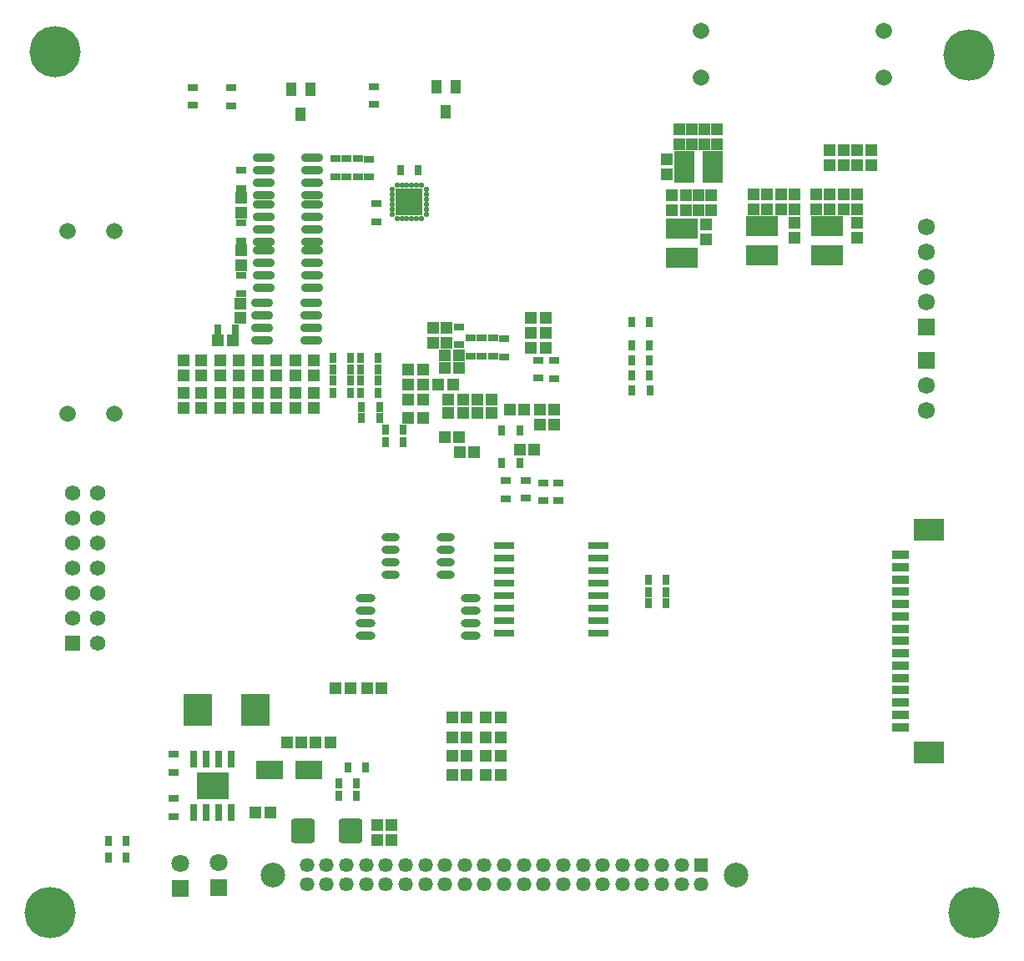
<source format=gbr>
G04*
G04 #@! TF.GenerationSoftware,Altium Limited,Altium Designer,24.1.2 (44)*
G04*
G04 Layer_Color=16711935*
%FSLAX44Y44*%
%MOMM*%
G71*
G04*
G04 #@! TF.SameCoordinates,8DB790BD-C0D2-442E-8808-D1DB86FAA070*
G04*
G04*
G04 #@! TF.FilePolarity,Negative*
G04*
G01*
G75*
%ADD65R,0.8032X1.1032*%
%ADD73R,1.7524X0.9524*%
%ADD74R,3.1524X2.2524*%
%ADD79R,1.0532X1.4032*%
%ADD82R,1.2032X1.2532*%
%ADD83R,1.2532X1.2032*%
%ADD88R,1.1032X0.8032*%
G04:AMPARAMS|DCode=91|XSize=2.4432mm|YSize=2.5232mm|CornerRadius=0.3816mm|HoleSize=0mm|Usage=FLASHONLY|Rotation=180.000|XOffset=0mm|YOffset=0mm|HoleType=Round|Shape=RoundedRectangle|*
%AMROUNDEDRECTD91*
21,1,2.4432,1.7600,0,0,180.0*
21,1,1.6800,2.5232,0,0,180.0*
1,1,0.7632,-0.8400,0.8800*
1,1,0.7632,0.8400,0.8800*
1,1,0.7632,0.8400,-0.8800*
1,1,0.7632,-0.8400,-0.8800*
%
%ADD91ROUNDEDRECTD91*%
%ADD96R,2.7032X1.9032*%
%ADD105C,5.2032*%
%ADD106C,0.7032*%
%ADD107C,1.6612*%
%ADD108C,2.5032*%
%ADD109R,1.4612X1.4612*%
%ADD110C,1.4612*%
%ADD111C,1.7232*%
%ADD112R,1.7232X1.7232*%
%ADD113C,1.5732*%
%ADD114R,1.5732X1.5732*%
%ADD115R,1.8032X1.8032*%
%ADD116C,1.8032*%
G04:AMPARAMS|DCode=149|XSize=2.1632mm|YSize=0.7732mm|CornerRadius=0.2413mm|HoleSize=0mm|Usage=FLASHONLY|Rotation=180.000|XOffset=0mm|YOffset=0mm|HoleType=Round|Shape=RoundedRectangle|*
%AMROUNDEDRECTD149*
21,1,2.1632,0.2907,0,0,180.0*
21,1,1.6807,0.7732,0,0,180.0*
1,1,0.4825,-0.8404,0.1454*
1,1,0.4825,0.8404,0.1454*
1,1,0.4825,0.8404,-0.1454*
1,1,0.4825,-0.8404,-0.1454*
%
%ADD149ROUNDEDRECTD149*%
%ADD150R,2.1032X0.8032*%
%ADD151R,3.2032X2.0532*%
%ADD152R,2.0532X3.2032*%
%ADD153R,2.7032X2.7032*%
%ADD154O,0.6032X0.5532*%
%ADD155O,0.5532X0.6032*%
%ADD156O,2.0032X0.8032*%
%ADD157O,1.8532X0.8032*%
%ADD158R,3.3032X2.8032*%
%ADD159R,0.8032X1.7532*%
%ADD160R,2.9032X3.3032*%
%ADD161R,1.2032X1.1732*%
D65*
X1453772Y1347471D02*
D03*
X1471931Y1347470D02*
D03*
X1909188Y1093469D02*
D03*
X1891029Y1093470D02*
D03*
X1890652Y1080771D02*
D03*
X1908811Y1080770D02*
D03*
X1890652Y1069341D02*
D03*
X1908811Y1069340D02*
D03*
X1639192Y1508761D02*
D03*
X1657351Y1508760D02*
D03*
X1589148Y1295399D02*
D03*
X1570989Y1295400D02*
D03*
X1598552Y1295401D02*
D03*
X1616711Y1295400D02*
D03*
X1598552Y1318261D02*
D03*
X1616711Y1318260D02*
D03*
X1589148Y1318259D02*
D03*
X1570989Y1318260D02*
D03*
X1598552Y1306831D02*
D03*
X1616711Y1306830D02*
D03*
X1589148Y1306829D02*
D03*
X1570989Y1306830D02*
D03*
X1589148Y1282699D02*
D03*
X1570989Y1282700D02*
D03*
X1598552Y1282701D02*
D03*
X1616711Y1282700D02*
D03*
X1874142Y1330961D02*
D03*
X1892301Y1330960D02*
D03*
X1874142Y1355091D02*
D03*
X1892301Y1355090D02*
D03*
X1874142Y1315721D02*
D03*
X1892301Y1315720D02*
D03*
X1874142Y1300481D02*
D03*
X1892301Y1300480D02*
D03*
X1874520Y1285240D02*
D03*
X1892679Y1285239D02*
D03*
X1343282Y828041D02*
D03*
X1361441Y828040D02*
D03*
X1343282Y811531D02*
D03*
X1361441Y811530D02*
D03*
X1604378Y902969D02*
D03*
X1586219Y902970D02*
D03*
X1576952Y886461D02*
D03*
X1595111Y886460D02*
D03*
X1576952Y873761D02*
D03*
X1595111Y873760D02*
D03*
X1760598Y1244599D02*
D03*
X1742439Y1244600D02*
D03*
X1760598Y1211579D02*
D03*
X1742439Y1211580D02*
D03*
X1623952Y1245871D02*
D03*
X1642111Y1245870D02*
D03*
X1623952Y1233171D02*
D03*
X1642111Y1233170D02*
D03*
X1618358Y1268729D02*
D03*
X1600199Y1268730D02*
D03*
X1618358Y1257299D02*
D03*
X1600199Y1257300D02*
D03*
D73*
X2146430Y943740D02*
D03*
Y956240D02*
D03*
Y968740D02*
D03*
Y981240D02*
D03*
Y993740D02*
D03*
Y1006240D02*
D03*
Y1018740D02*
D03*
Y1031240D02*
D03*
Y1043740D02*
D03*
Y1056240D02*
D03*
Y1068740D02*
D03*
Y1081240D02*
D03*
Y1093740D02*
D03*
Y1106240D02*
D03*
Y1118740D02*
D03*
D74*
X2175430Y1144240D02*
D03*
Y918240D02*
D03*
D79*
X1685341Y1568650D02*
D03*
X1675892Y1593596D02*
D03*
X1695145Y1593650D02*
D03*
X1538021Y1566110D02*
D03*
X1528572Y1591056D02*
D03*
X1547825Y1591110D02*
D03*
D82*
X1910080Y1520070D02*
D03*
Y1505070D02*
D03*
X1477010Y1373900D02*
D03*
Y1358900D02*
D03*
X1478280Y1427360D02*
D03*
Y1412360D02*
D03*
Y1480700D02*
D03*
Y1465700D02*
D03*
X1513840Y1315600D02*
D03*
Y1300600D02*
D03*
X1437640Y1315600D02*
D03*
Y1300600D02*
D03*
X1456690Y1315600D02*
D03*
Y1300600D02*
D03*
X1494790Y1282580D02*
D03*
Y1267580D02*
D03*
X1456690Y1282580D02*
D03*
Y1267580D02*
D03*
X1419860Y1315600D02*
D03*
Y1300600D02*
D03*
X1437640Y1282580D02*
D03*
Y1267580D02*
D03*
X1551940Y1282580D02*
D03*
Y1267580D02*
D03*
X1532890Y1282580D02*
D03*
Y1267580D02*
D03*
Y1315600D02*
D03*
Y1300600D02*
D03*
X1551940Y1315600D02*
D03*
Y1300600D02*
D03*
X1475740Y1282580D02*
D03*
Y1267580D02*
D03*
X1419860Y1282580D02*
D03*
Y1267580D02*
D03*
X1513840Y1282580D02*
D03*
Y1267580D02*
D03*
X1475740Y1315600D02*
D03*
Y1300600D02*
D03*
X1494790Y1315600D02*
D03*
Y1300600D02*
D03*
X1929130Y1483240D02*
D03*
Y1468240D02*
D03*
X1922780Y1550550D02*
D03*
Y1535550D02*
D03*
X2075180Y1513960D02*
D03*
Y1528960D02*
D03*
X2061210Y1484510D02*
D03*
Y1469510D02*
D03*
X1935480Y1550550D02*
D03*
Y1535550D02*
D03*
X2039620Y1484510D02*
D03*
Y1469510D02*
D03*
X2103120Y1440300D02*
D03*
Y1455300D02*
D03*
Y1469510D02*
D03*
Y1484510D02*
D03*
X2075180Y1469630D02*
D03*
Y1484630D02*
D03*
X2089150Y1469630D02*
D03*
Y1484630D02*
D03*
X1948180Y1535550D02*
D03*
Y1550550D02*
D03*
X1960880Y1535550D02*
D03*
Y1550550D02*
D03*
X1941830Y1468240D02*
D03*
Y1483240D02*
D03*
X1954530Y1468240D02*
D03*
Y1483240D02*
D03*
X1949450Y1439030D02*
D03*
Y1454030D02*
D03*
X1915160Y1468240D02*
D03*
Y1483240D02*
D03*
X2039620Y1440300D02*
D03*
Y1455300D02*
D03*
X2025650Y1469630D02*
D03*
Y1484630D02*
D03*
X1997710Y1469510D02*
D03*
Y1484510D02*
D03*
X2011680Y1469630D02*
D03*
Y1484630D02*
D03*
X2089150Y1528960D02*
D03*
Y1513960D02*
D03*
X2117090Y1528960D02*
D03*
Y1513960D02*
D03*
X2103120Y1528960D02*
D03*
Y1513960D02*
D03*
X1686560Y1333620D02*
D03*
Y1348620D02*
D03*
X1672590Y1348620D02*
D03*
Y1333620D02*
D03*
D83*
X1454270Y1336040D02*
D03*
X1469270D02*
D03*
X1741170Y953770D02*
D03*
X1726170D02*
D03*
X1691880D02*
D03*
X1706880D02*
D03*
X1741050Y933450D02*
D03*
X1726050D02*
D03*
X1741050Y914400D02*
D03*
X1726050D02*
D03*
X1691880D02*
D03*
X1706880D02*
D03*
X1691880Y933450D02*
D03*
X1706880D02*
D03*
X1691760Y895350D02*
D03*
X1706760D02*
D03*
X1741170D02*
D03*
X1726170D02*
D03*
X1620400Y982980D02*
D03*
X1605400D02*
D03*
X1588650D02*
D03*
X1573650D02*
D03*
X1615560Y829310D02*
D03*
X1630560D02*
D03*
X1630560Y844550D02*
D03*
X1615560D02*
D03*
X1507360Y857250D02*
D03*
X1492360D02*
D03*
X1568320Y928370D02*
D03*
X1553320D02*
D03*
X1539110D02*
D03*
X1524110D02*
D03*
X1775340Y1225550D02*
D03*
X1760340D02*
D03*
X1647310Y1306830D02*
D03*
X1662310D02*
D03*
X1662310Y1291590D02*
D03*
X1647310D02*
D03*
X1647310Y1257300D02*
D03*
X1662310D02*
D03*
X1717160Y1262380D02*
D03*
X1732160D02*
D03*
X1687830Y1276350D02*
D03*
X1702830D02*
D03*
X1717160D02*
D03*
X1732160D02*
D03*
X1687950Y1262380D02*
D03*
X1702950D02*
D03*
X1765180Y1266190D02*
D03*
X1750180D02*
D03*
X1795660D02*
D03*
X1780660D02*
D03*
X1786770Y1328420D02*
D03*
X1771770D02*
D03*
X1662310Y1276350D02*
D03*
X1647310D02*
D03*
X1684140Y1320800D02*
D03*
X1699140D02*
D03*
X1699140Y1308100D02*
D03*
X1684140D02*
D03*
X1699140Y1238250D02*
D03*
X1684140D02*
D03*
X1786770Y1358900D02*
D03*
X1771770D02*
D03*
X1677790Y1291590D02*
D03*
X1692790D02*
D03*
X1771770Y1343660D02*
D03*
X1786770D02*
D03*
X1699380Y1223010D02*
D03*
X1714380D02*
D03*
D88*
X1428751Y1592958D02*
D03*
X1428750Y1574799D02*
D03*
X1612899Y1575692D02*
D03*
X1612900Y1593851D02*
D03*
X1596391Y1520568D02*
D03*
X1596390Y1502409D02*
D03*
X1607819Y1502032D02*
D03*
X1607820Y1520191D02*
D03*
X1468119Y1574422D02*
D03*
X1468120Y1592581D02*
D03*
X1584961Y1520568D02*
D03*
X1584960Y1502409D02*
D03*
X1573531Y1520568D02*
D03*
X1573530Y1502409D02*
D03*
X1478279Y1383922D02*
D03*
X1478280Y1402081D02*
D03*
X1478279Y1437262D02*
D03*
X1478280Y1455421D02*
D03*
X1478279Y1490602D02*
D03*
X1478280Y1508761D02*
D03*
X1795779Y1297562D02*
D03*
X1795780Y1315721D02*
D03*
X1615441Y1474848D02*
D03*
X1615440Y1456689D02*
D03*
X1779270Y1297939D02*
D03*
X1779271Y1316098D02*
D03*
X1744981Y1337688D02*
D03*
X1744980Y1319529D02*
D03*
X1733549Y1320422D02*
D03*
X1733550Y1338581D02*
D03*
X1710689Y1320422D02*
D03*
X1710690Y1338581D02*
D03*
X1722119Y1320422D02*
D03*
X1722120Y1338581D02*
D03*
X1699259Y1331852D02*
D03*
X1699260Y1350011D02*
D03*
X1784351Y1191638D02*
D03*
X1784350Y1173479D02*
D03*
X1799591Y1191638D02*
D03*
X1799590Y1173479D02*
D03*
X1766571Y1194178D02*
D03*
X1766570Y1176019D02*
D03*
X1746249Y1175642D02*
D03*
X1746250Y1193801D02*
D03*
X1409689Y853062D02*
D03*
X1409690Y871221D02*
D03*
X1409691Y916048D02*
D03*
X1409690Y897889D02*
D03*
D91*
X1588980Y838200D02*
D03*
X1540280D02*
D03*
D96*
X1506530Y900430D02*
D03*
X1546530D02*
D03*
D105*
X2216150Y1625600D02*
D03*
X1289050Y1629410D02*
D03*
X1283970Y755650D02*
D03*
X2221230D02*
D03*
D106*
X1273810Y1643380D02*
D03*
Y1615440D02*
D03*
X1303020D02*
D03*
Y1644650D02*
D03*
X1268730Y1630680D02*
D03*
X1309370D02*
D03*
X1289050Y1609090D02*
D03*
Y1649730D02*
D03*
X1268730Y769620D02*
D03*
Y741680D02*
D03*
X1297940D02*
D03*
Y770890D02*
D03*
X1263650Y756920D02*
D03*
X1304290D02*
D03*
X1283970Y735330D02*
D03*
Y775970D02*
D03*
X2205990Y769620D02*
D03*
Y741680D02*
D03*
X2235200D02*
D03*
Y770890D02*
D03*
X2200910Y756920D02*
D03*
X2241550D02*
D03*
X2221230Y735330D02*
D03*
Y775970D02*
D03*
X2200910Y1639570D02*
D03*
Y1611630D02*
D03*
X2230120D02*
D03*
Y1640840D02*
D03*
X2195830Y1626870D02*
D03*
X2236470D02*
D03*
X2216150Y1605280D02*
D03*
Y1645920D02*
D03*
D107*
X1349250Y1447110D02*
D03*
Y1262110D02*
D03*
X1301750Y1447110D02*
D03*
Y1262110D02*
D03*
X2129580Y1603180D02*
D03*
X1944580D02*
D03*
X2129580Y1650680D02*
D03*
X1944580D02*
D03*
D108*
X1979660Y793910D02*
D03*
X1509660D02*
D03*
D109*
X1944660Y803910D02*
D03*
D110*
Y783910D02*
D03*
X1924660Y803910D02*
D03*
Y783910D02*
D03*
X1904660Y803910D02*
D03*
Y783910D02*
D03*
X1884660Y803910D02*
D03*
Y783910D02*
D03*
X1864660Y803910D02*
D03*
Y783910D02*
D03*
X1844660Y803910D02*
D03*
Y783910D02*
D03*
X1824660Y803910D02*
D03*
Y783910D02*
D03*
X1804660Y803910D02*
D03*
Y783910D02*
D03*
X1784660Y803910D02*
D03*
Y783910D02*
D03*
X1764660Y803910D02*
D03*
Y783910D02*
D03*
X1744660Y803910D02*
D03*
Y783910D02*
D03*
X1724660Y803910D02*
D03*
Y783910D02*
D03*
X1704660Y803910D02*
D03*
Y783910D02*
D03*
X1684660Y803910D02*
D03*
Y783910D02*
D03*
X1664660Y803910D02*
D03*
Y783910D02*
D03*
X1644660Y803910D02*
D03*
Y783910D02*
D03*
X1624660Y803910D02*
D03*
Y783910D02*
D03*
X1604660Y803910D02*
D03*
Y783910D02*
D03*
X1584660Y803910D02*
D03*
Y783910D02*
D03*
X1564660Y803910D02*
D03*
Y783910D02*
D03*
X1544660Y803910D02*
D03*
Y783910D02*
D03*
D111*
X2172970Y1451610D02*
D03*
Y1426210D02*
D03*
Y1400810D02*
D03*
Y1375410D02*
D03*
Y1264920D02*
D03*
Y1290320D02*
D03*
D112*
Y1350010D02*
D03*
Y1315720D02*
D03*
D113*
X1332230Y1181100D02*
D03*
X1306830D02*
D03*
X1332230Y1155700D02*
D03*
X1306830D02*
D03*
X1332230Y1130300D02*
D03*
X1306830D02*
D03*
X1332230Y1104900D02*
D03*
X1306830D02*
D03*
X1332230Y1079500D02*
D03*
X1306830D02*
D03*
X1332230Y1054100D02*
D03*
X1306830D02*
D03*
X1332230Y1028700D02*
D03*
D114*
X1306830D02*
D03*
D115*
X1416040Y779780D02*
D03*
X1455410Y781050D02*
D03*
D116*
X1416040Y805180D02*
D03*
X1455410Y806450D02*
D03*
D149*
X1499300Y1374140D02*
D03*
Y1361440D02*
D03*
Y1348740D02*
D03*
Y1336040D02*
D03*
X1548700D02*
D03*
Y1348740D02*
D03*
Y1361440D02*
D03*
Y1374140D02*
D03*
X1500570Y1427480D02*
D03*
Y1414780D02*
D03*
Y1402080D02*
D03*
Y1389380D02*
D03*
X1549970D02*
D03*
Y1402080D02*
D03*
Y1414780D02*
D03*
Y1427480D02*
D03*
X1500570Y1474470D02*
D03*
Y1461770D02*
D03*
Y1449070D02*
D03*
Y1436370D02*
D03*
X1549970D02*
D03*
Y1449070D02*
D03*
Y1461770D02*
D03*
Y1474470D02*
D03*
X1500570Y1521460D02*
D03*
Y1508760D02*
D03*
Y1496060D02*
D03*
Y1483360D02*
D03*
X1549970D02*
D03*
Y1496060D02*
D03*
Y1508760D02*
D03*
Y1521460D02*
D03*
D150*
X1839980Y1127760D02*
D03*
Y1115060D02*
D03*
Y1102360D02*
D03*
Y1089660D02*
D03*
Y1076960D02*
D03*
Y1064260D02*
D03*
Y1051560D02*
D03*
Y1038860D02*
D03*
X1744980Y1127760D02*
D03*
Y1115060D02*
D03*
Y1102360D02*
D03*
Y1089660D02*
D03*
Y1064260D02*
D03*
Y1051560D02*
D03*
Y1038860D02*
D03*
Y1076960D02*
D03*
D151*
X2072640Y1422890D02*
D03*
Y1452390D02*
D03*
X1925320Y1449850D02*
D03*
Y1420350D02*
D03*
X2006600Y1452390D02*
D03*
Y1422890D02*
D03*
D152*
X1956580Y1512570D02*
D03*
X1927080D02*
D03*
D153*
X1648460Y1477010D02*
D03*
D154*
X1665460Y1464510D02*
D03*
Y1469510D02*
D03*
Y1474510D02*
D03*
Y1479510D02*
D03*
Y1484510D02*
D03*
Y1489510D02*
D03*
X1631460D02*
D03*
Y1484510D02*
D03*
Y1479510D02*
D03*
Y1474510D02*
D03*
Y1469510D02*
D03*
Y1464510D02*
D03*
D155*
X1660960Y1494010D02*
D03*
X1655960D02*
D03*
X1650960D02*
D03*
X1645960D02*
D03*
X1640960D02*
D03*
X1635960D02*
D03*
Y1460010D02*
D03*
X1640960D02*
D03*
X1645960D02*
D03*
X1650960D02*
D03*
X1655960D02*
D03*
X1660960D02*
D03*
D156*
X1604350Y1036320D02*
D03*
Y1049020D02*
D03*
Y1061720D02*
D03*
Y1074420D02*
D03*
X1710350Y1036320D02*
D03*
Y1049020D02*
D03*
Y1061720D02*
D03*
Y1074420D02*
D03*
D157*
X1685600Y1136650D02*
D03*
Y1123950D02*
D03*
Y1111250D02*
D03*
Y1098550D02*
D03*
X1629100Y1136650D02*
D03*
Y1123950D02*
D03*
Y1111250D02*
D03*
Y1098550D02*
D03*
D158*
X1449060Y884250D02*
D03*
D159*
X1430010Y911250D02*
D03*
X1442710D02*
D03*
X1455410D02*
D03*
X1468110D02*
D03*
X1430010Y857250D02*
D03*
X1442710D02*
D03*
X1455410D02*
D03*
X1468110D02*
D03*
D160*
X1433530Y961390D02*
D03*
X1492530D02*
D03*
D161*
X1780810Y1250950D02*
D03*
X1795510D02*
D03*
M02*

</source>
